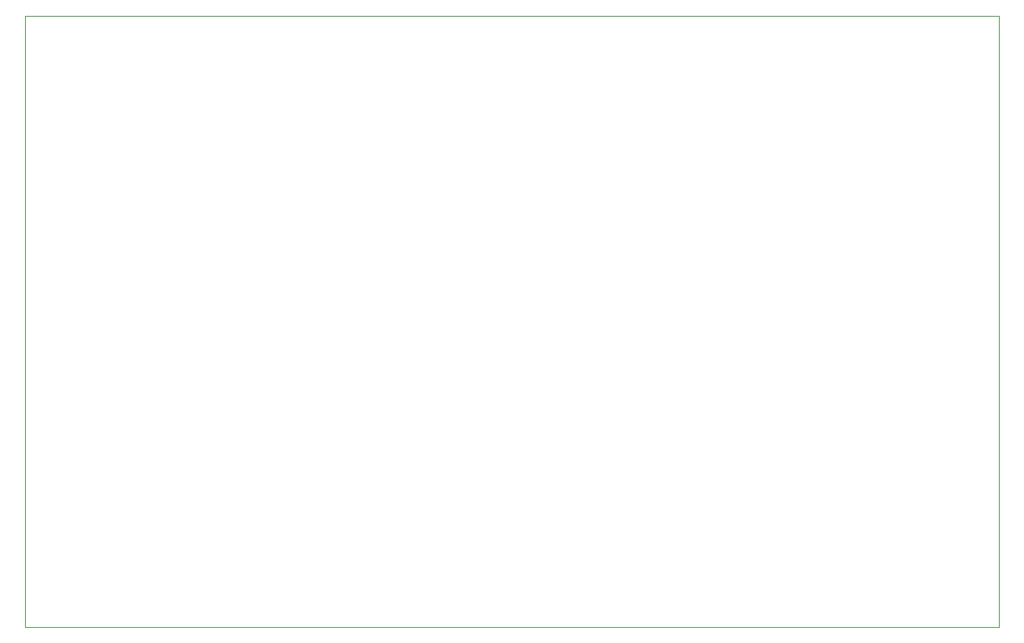
<source format=gbr>
%TF.GenerationSoftware,KiCad,Pcbnew,(6.0.7)*%
%TF.CreationDate,2023-04-08T09:09:21+05:30*%
%TF.ProjectId,aux_PS,6175785f-5053-42e6-9b69-6361645f7063,rev?*%
%TF.SameCoordinates,Original*%
%TF.FileFunction,Profile,NP*%
%FSLAX46Y46*%
G04 Gerber Fmt 4.6, Leading zero omitted, Abs format (unit mm)*
G04 Created by KiCad (PCBNEW (6.0.7)) date 2023-04-08 09:09:21*
%MOMM*%
%LPD*%
G01*
G04 APERTURE LIST*
%TA.AperFunction,Profile*%
%ADD10C,0.100000*%
%TD*%
G04 APERTURE END LIST*
D10*
X51930000Y-40830000D02*
X160620000Y-40830000D01*
X160620000Y-40830000D02*
X160620000Y-109130000D01*
X160620000Y-109130000D02*
X51930000Y-109130000D01*
X51930000Y-109130000D02*
X51930000Y-40830000D01*
M02*

</source>
